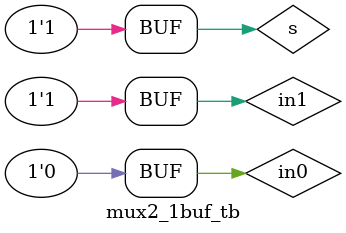
<source format=v>
module mux2_1_buf (out,in1,in0,s);

output out;
input in1,in0,s;

bufif0 #(1:3:5,2:4:6,5:6:7) b1(out,in0,~s);
bufif1 #(1:3:5,2:4:6,5:6:7) b2(out,in1,s);

endmodule 

module mux2_1buf_tb();

wire out;
reg in1,in0,s;

mux2_1_buf mux1(out,in1,in0,s);

initial
	begin
		in1 = 1'b1; in0=1'b0;
		s = 1'b0;
		#5 s = 1'b1;


	end
initial
	$monitor ($time, ": sel--%b in1--%b in0--%b and output is--%b",s,in0,in1,out);

endmodule 
</source>
